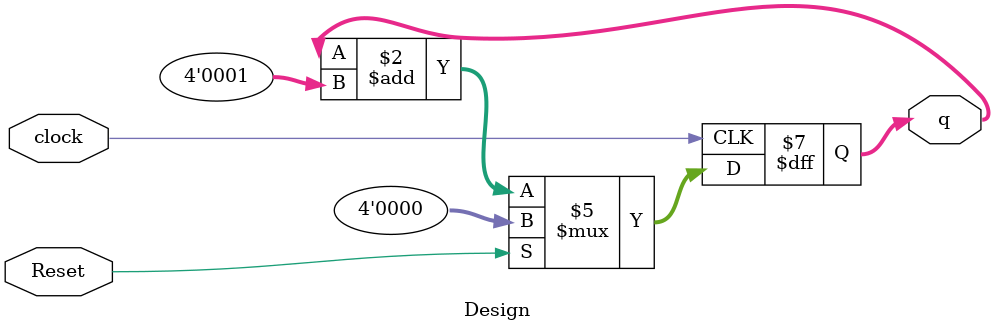
<source format=v>
`timescale 1ns / 1ps


module Design(
    input clock,
    input Reset,
    output [3:0]q
    );
    reg [3:0] q;
    wire clk,res;
initial begin
q<=4'h0;
end
always@(posedge clock)begin
if(Reset)
q<=4'h0;
else
q<=q+4'h1;
end    
    
endmodule

</source>
